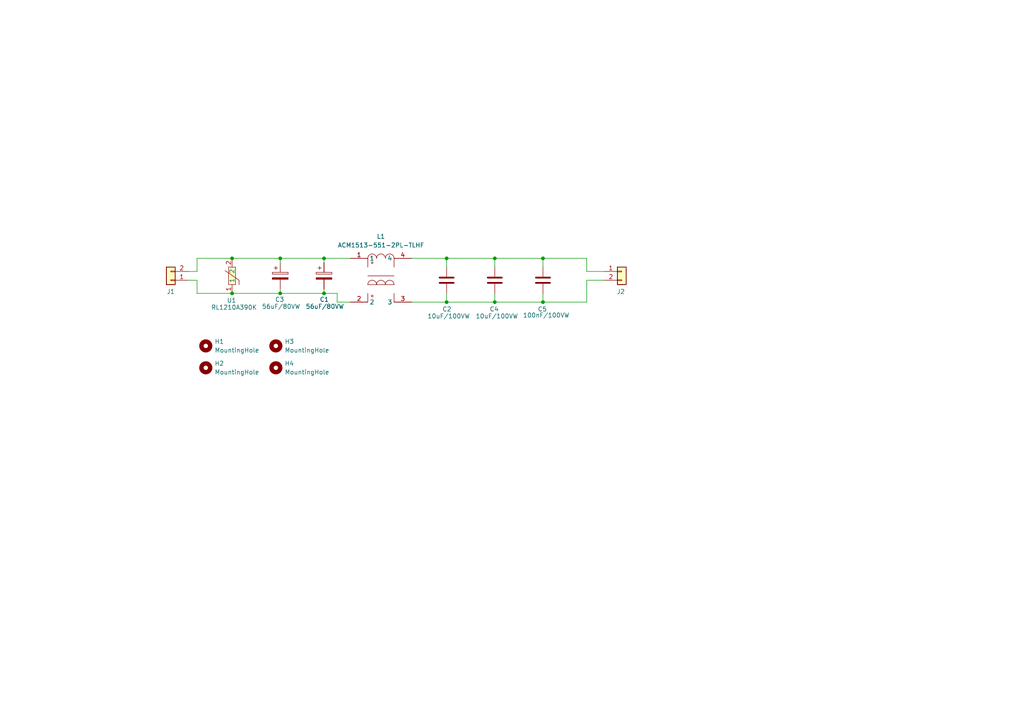
<source format=kicad_sch>
(kicad_sch (version 20231120) (generator "eeschema") (generator_version "8.0")
  (paper "A4")
  (lib_symbols
    (symbol "Connector_Generic:Conn_01x02" (pin_names (offset 1.016) hide)
      (property "Reference" "J" (at 0 2.54 0))
      (property "Value" "Conn_01x02" (at 0 -5.08 0))
      (symbol "Conn_01x02_1_1"
        (rectangle (start -1.27 -2.413) (end 0 -2.667) (stroke (width 0.1524)))
        (rectangle (start -1.27 0.127) (end 0 -0.127) (stroke (width 0.1524)))
        (rectangle (start -1.27 1.27) (end 1.27 -3.81) (stroke (width 0.254)) (fill (type background)))
        (pin passive line (at -5.08 0 0) (length 3.81) (name "Pin_1") (number "1"))
        (pin passive line (at -5.08 -2.54 0) (length 3.81) (name "Pin_2") (number "2"))
      )
    )
    (symbol "Device:C" (pin_numbers hide) (pin_names (offset 0.254))
      (property "Reference" "C" (at 0.635 2.54 0))
      (property "Value" "C" (at 0.635 -2.54 0))
      (symbol "C_0_1"
        (polyline (pts (xy -2.032 -0.762) (xy 2.032 -0.762)) (stroke (width 0.508)))
        (polyline (pts (xy -2.032 0.762) (xy 2.032 0.762)) (stroke (width 0.508)))
      )
      (symbol "C_1_1"
        (pin passive line (at 0 3.81 270) (length 2.794) (name "~") (number "1"))
        (pin passive line (at 0 -3.81 90) (length 2.794) (name "~") (number "2"))
      )
    )
    (symbol "Device:C_Polarized" (pin_numbers hide) (pin_names (offset 0.254))
      (property "Reference" "C" (at 0.635 2.54 0))
      (property "Value" "C_Polarized" (at 0.635 -2.54 0))
      (symbol "C_Polarized_0_1"
        (rectangle (start -2.286 0.508) (end 2.286 1.016))
        (polyline (pts (xy -1.778 2.286) (xy -0.762 2.286)))
        (polyline (pts (xy -1.27 2.794) (xy -1.27 1.778)))
        (rectangle (start 2.286 -0.508) (end -2.286 -1.016) (fill (type outline)))
      )
      (symbol "C_Polarized_1_1"
        (pin passive line (at 0 3.81 270) (length 2.794) (name "~") (number "1"))
        (pin passive line (at 0 -3.81 90) (length 2.794) (name "~") (number "2"))
      )
    )
    (symbol "Mechanical:MountingHole" (pin_names (offset 1.016)) (exclude_from_sim yes) (in_bom no)
      (property "Reference" "H" (at 0 5.08 0))
      (property "Value" "MountingHole" (at 0 3.175 0))
      (symbol "MountingHole_0_1"
        (circle (center 0 0) (radius 1.27) (stroke (width 1.27)))
      )
    )
    (symbol "protection:ACM1513-551-2PL-TLHF"
      (property "Reference" "L" (at 0 10.16 0))
      (property "Value" "ACM1513-551-2PL-TLHF" (at 0 -12.7 0))
      (symbol "ACM1513-551-2PL-TLHF_0_1"
        (circle (center -3.81 -5.84) (radius 0.25))
        (circle (center -3.81 3.81) (radius 0.25))
        (arc (start -2.54 -2.54) (mid -3.81 -1.271) (end -5.08 -2.54))
        (arc (start -2.54 5.08) (mid -3.54 6.32) (end -5.08 5.08))
        (arc (start 0 -2.54) (mid -1.27 -1.271) (end -2.54 -2.54))
        (polyline (pts (xy -5.08 -7.62) (xy -5.08 -5.08)))
        (polyline (pts (xy -5.08 -2.54) (xy 2.54 -2.54)))
        (polyline (pts (xy -5.08 0) (xy 2.54 0)))
        (polyline (pts (xy -5.08 5.08) (xy -5.08 2.54)))
        (polyline (pts (xy 2.54 -7.62) (xy 2.54 -5.08)))
        (polyline (pts (xy 2.54 5.08) (xy 2.54 2.54)))
        (arc (start 0 5.08) (mid -1 6.32) (end -2.54 5.08))
        (arc (start 2.54 -2.54) (mid 1.27 -1.271) (end 0 -2.54))
        (arc (start 2.54 5.08) (mid 1.54 6.32) (end 0 5.08))
        (pin unspecified line (at -10.16 5.08 0) (length 5.08) (name "1") (number "1"))
        (pin unspecified line (at -10.16 -7.62 0) (length 5.08) (name "2") (number "2"))
        (pin unspecified line (at 7.62 -7.62 180) (length 5.08) (name "3") (number "3"))
        (pin unspecified line (at 7.62 5.08 180) (length 5.08) (name "4") (number "4"))
      )
    )
    (symbol "protection:RL1210A390K"
      (property "Reference" "U" (at 0 5.08 0))
      (property "Value" "RL1210A390K" (at 0 -5.08 0))
      (symbol "RL1210A390K_0_1"
        (rectangle (start -2.54 1.02) (end 2.54 -1.02) (fill (type background)))
        (polyline (pts (xy 1.52 2.03) (xy -1.27 -2.03) (xy -2.54 -2.03)))
        (pin unspecified line (at -5.08 0 0) (length 2.54) (name "1") (number "1"))
        (pin unspecified line (at 5.08 0 180) (length 2.54) (name "2") (number "2"))
      )
    )
  )
  (junction (at 129.54 87.63))
  (junction (at 157.48 87.63))
  (junction (at 93.98 85.09))
  (junction (at 157.48 74.93))
  (junction (at 67.31 74.93))
  (junction (at 129.54 74.93))
  (junction (at 143.51 74.93))
  (junction (at 81.28 74.93))
  (junction (at 143.51 87.63))
  (junction (at 93.98 74.93))
  (junction (at 67.31 85.09))
  (junction (at 81.28 85.09))
  (wire (pts (xy 97.79 85.09) (xy 97.79 87.63)))
  (wire (pts (xy 57.15 81.28) (xy 57.15 85.09)))
  (wire (pts (xy 157.48 74.93) (xy 157.48 77.47)))
  (wire (pts (xy 93.98 74.93) (xy 101.6 74.93)))
  (wire (pts (xy 157.48 87.63) (xy 170.18 87.63)))
  (wire (pts (xy 97.79 87.63) (xy 101.6 87.63)))
  (wire (pts (xy 67.31 74.93) (xy 81.28 74.93)))
  (wire (pts (xy 81.28 74.93) (xy 93.98 74.93)))
  (wire (pts (xy 143.51 87.63) (xy 157.48 87.63)))
  (wire (pts (xy 81.28 85.09) (xy 81.28 83.82)))
  (wire (pts (xy 170.18 74.93) (xy 170.18 78.74)))
  (wire (pts (xy 170.18 87.63) (xy 170.18 81.28)))
  (wire (pts (xy 129.54 85.09) (xy 129.54 87.63)))
  (wire (pts (xy 157.48 74.93) (xy 170.18 74.93)))
  (wire (pts (xy 129.54 87.63) (xy 143.51 87.63)))
  (wire (pts (xy 93.98 74.93) (xy 93.98 76.2)))
  (wire (pts (xy 143.51 74.93) (xy 143.51 77.47)))
  (wire (pts (xy 81.28 85.09) (xy 93.98 85.09)))
  (wire (pts (xy 170.18 78.74) (xy 175.26 78.74)))
  (wire (pts (xy 170.18 81.28) (xy 175.26 81.28)))
  (wire (pts (xy 93.98 83.82) (xy 93.98 85.09)))
  (wire (pts (xy 129.54 74.93) (xy 143.51 74.93)))
  (wire (pts (xy 67.31 85.09) (xy 81.28 85.09)))
  (wire (pts (xy 57.15 78.74) (xy 57.15 74.93)))
  (wire (pts (xy 93.98 85.09) (xy 97.79 85.09)))
  (wire (pts (xy 54.61 81.28) (xy 57.15 81.28)))
  (wire (pts (xy 143.51 74.93) (xy 157.48 74.93)))
  (wire (pts (xy 119.38 87.63) (xy 129.54 87.63)))
  (wire (pts (xy 143.51 85.09) (xy 143.51 87.63)))
  (wire (pts (xy 129.54 74.93) (xy 129.54 77.47)))
  (wire (pts (xy 119.38 74.93) (xy 129.54 74.93)))
  (wire (pts (xy 157.48 85.09) (xy 157.48 87.63)))
  (wire (pts (xy 57.15 74.93) (xy 67.31 74.93)))
  (wire (pts (xy 57.15 85.09) (xy 67.31 85.09)))
  (wire (pts (xy 81.28 74.93) (xy 81.28 76.2)))
  (wire (pts (xy 57.15 78.74) (xy 54.61 78.74)))
  (symbol (lib_id "Connector_Generic:Conn_01x02") (at 49.53 81.28 180) (unit 1)
    (property "Reference" "J1" (at 49.53 84.582 0))
    (property "Value" "Conn_01x02" (effects (hide yes)))
    (property "Footprint" "Connector_Phoenix_MSTB:PhoenixContact_MSTBVA_2,5_2-G-5,08_1x02_P5.08mm_Vertical" (effects (hide yes)))
    (property "Description" "Generic connector, single row, 01x02, script generated (kicad-library-utils/schlib/autogen/connector/)" (effects (hide yes)))
  )
  (symbol (lib_id "Device:C") (at 157.48 81.28 0) (unit 1)
    (property "Reference" "C5" (at 155.956 89.662 0) (effects (justify left)))
    (property "Value" "100nF/100VW" (at 151.638 91.44 0) (effects (justify left)))
    (property "Footprint" "Capacitor_SMD:C_1206_3216Metric" (effects (hide yes)))
    (property "Description" "Unpolarized capacitor" (effects (hide yes)))
    (property "LCSC Part" "C1945" (effects (hide yes)))
  )
  (symbol (lib_id "Connector_Generic:Conn_01x02") (at 180.34 78.74 0) (unit 1)
    (property "Reference" "J2" (at 180.086 84.582 0))
    (property "Value" "Conn_01x02" (effects (hide yes)))
    (property "Footprint" "Connector_Phoenix_MSTB:PhoenixContact_MSTBVA_2,5_2-G-5,08_1x02_P5.08mm_Vertical" (effects (hide yes)))
    (property "Description" "Generic connector, single row, 01x02, script generated (kicad-library-utils/schlib/autogen/connector/)" (effects (hide yes)))
  )
  (symbol (lib_id "Device:C_Polarized") (at 93.98 80.01 0) (unit 1)
    (property "Reference" "C1" (at 92.71 86.868 0) (effects (justify left)))
    (property "Value" "56uF/80VW" (at 88.646 88.9 0) (effects (justify left)))
    (property "Footprint" "Capacitor_SMD:CP_Elec_10x10.5" (effects (hide yes)))
    (property "Description" "Polarized capacitor" (effects (hide yes)))
    (property "LCSC Part" "C128515" (effects (hide yes)))
  )
  (symbol (lib_id "protection:RL1210A390K") (at 67.31 80.01 90) (unit 1)
    (property "Reference" "U1" (at 65.786 87.122 90) (effects (justify right)))
    (property "Value" "RL1210A390K" (at 61.214 89.154 90) (effects (justify right)))
    (property "Footprint" "protection:R1210" (effects (hide yes)))
    (property "LCSC Part" "C19267881" (effects (hide yes)))
  )
  (symbol (lib_id "Mechanical:MountingHole") (at 59.69 106.68 0) (unit 1) (exclude_from_sim yes) (in_bom no)
    (property "Reference" "H2" (at 62.23 105.4099 0) (effects (justify left)))
    (property "Value" "MountingHole" (at 62.23 107.9499 0) (effects (justify left)))
    (property "Footprint" "MountingHole:MountingHole_3.2mm_M3_DIN965_Pad" (effects (hide yes)))
    (property "Description" "Mounting Hole without connection" (effects (hide yes)))
  )
  (symbol (lib_id "Mechanical:MountingHole") (at 59.69 100.33 0) (unit 1) (exclude_from_sim yes) (in_bom no)
    (property "Reference" "H1" (at 62.23 99.0599 0) (effects (justify left)))
    (property "Value" "MountingHole" (at 62.23 101.5999 0) (effects (justify left)))
    (property "Footprint" "MountingHole:MountingHole_3.2mm_M3_DIN965_Pad" (effects (hide yes)))
    (property "Description" "Mounting Hole without connection" (effects (hide yes)))
  )
  (symbol (lib_id "Device:C") (at 129.54 81.28 0) (unit 1)
    (property "Reference" "C2" (at 128.27 89.662 0) (effects (justify left)))
    (property "Value" "10uF/100VW" (at 123.952 91.694 0) (effects (justify left)))
    (property "Footprint" "Capacitor_SMD:C_1210_3225Metric" (effects (hide yes)))
    (property "Description" "Unpolarized capacitor" (effects (hide yes)))
    (property "LCSC Part" "C5156756" (effects (hide yes)))
  )
  (symbol (lib_id "Mechanical:MountingHole") (at 80.01 106.68 0) (unit 1) (exclude_from_sim yes) (in_bom no)
    (property "Reference" "H4" (at 82.55 105.4099 0) (effects (justify left)))
    (property "Value" "MountingHole" (at 82.55 107.9499 0) (effects (justify left)))
    (property "Footprint" "MountingHole:MountingHole_3.2mm_M3_DIN965_Pad" (effects (hide yes)))
    (property "Description" "Mounting Hole without connection" (effects (hide yes)))
  )
  (symbol (lib_id "Device:C") (at 143.51 81.28 0) (unit 1)
    (property "Reference" "C4" (at 141.986 89.662 0) (effects (justify left)))
    (property "Value" "10uF/100VW" (at 137.922 91.694 0) (effects (justify left)))
    (property "Footprint" "Capacitor_SMD:C_1210_3225Metric" (effects (hide yes)))
    (property "Description" "Unpolarized capacitor" (effects (hide yes)))
    (property "LCSC Part" "C5156756" (effects (hide yes)))
  )
  (symbol (lib_id "Device:C_Polarized") (at 81.28 80.01 0) (unit 1)
    (property "Reference" "C3" (at 79.756 86.868 0) (effects (justify left)))
    (property "Value" "56uF/80VW" (at 75.946 88.9 0) (effects (justify left)))
    (property "Footprint" "Capacitor_SMD:CP_Elec_10x10.5" (effects (hide yes)))
    (property "Description" "Polarized capacitor" (effects (hide yes)))
    (property "LCSC Part" "C128515" (effects (hide yes)))
  )
  (symbol (lib_id "Mechanical:MountingHole") (at 80.01 100.33 0) (unit 1) (exclude_from_sim yes) (in_bom no)
    (property "Reference" "H3" (at 82.55 99.0599 0) (effects (justify left)))
    (property "Value" "MountingHole" (at 82.55 101.5999 0) (effects (justify left)))
    (property "Footprint" "MountingHole:MountingHole_3.2mm_M3_DIN965_Pad" (effects (hide yes)))
    (property "Description" "Mounting Hole without connection" (effects (hide yes)))
  )
  (symbol (lib_id "protection:ACM1513-551-2PL-TLHF") (at 111.76 80.01 0) (unit 1)
    (property "Reference" "L1" (at 110.49 68.58 0))
    (property "Value" "ACM1513-551-2PL-TLHF" (at 110.49 71.12 0))
    (property "Footprint" "protection:FILTER-SMD_4P-L15.0-W13.0-BL" (effects (hide yes)))
    (property "Datasheet" "https://lcsc.com/product-detail/Common-Mode-Chokes-Filters_TDK_ACM1513-551-2PL-TLHF_TDK-ACM1513-551-2PL-TLHF_C111471.html" (effects (hide yes)))
    (property "LCSC Part" "C111471" (effects (hide yes)))
  )
)
</source>
